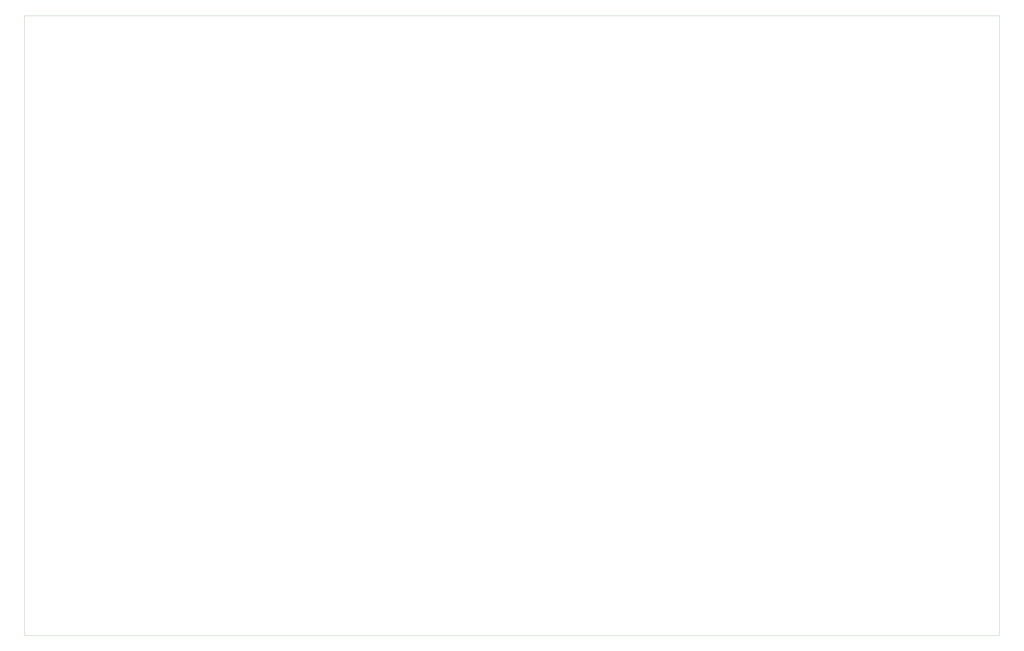
<source format=gbr>
G04 #@! TF.GenerationSoftware,KiCad,Pcbnew,(5.0.0)*
G04 #@! TF.CreationDate,2019-09-22T14:25:55+01:00*
G04 #@! TF.ProjectId,Backplane2,4261636B706C616E65322E6B69636164,rev?*
G04 #@! TF.SameCoordinates,Original*
G04 #@! TF.FileFunction,Profile,NP*
%FSLAX46Y46*%
G04 Gerber Fmt 4.6, Leading zero omitted, Abs format (unit mm)*
G04 Created by KiCad (PCBNEW (5.0.0)) date 09/22/19 14:25:55*
%MOMM*%
%LPD*%
G01*
G04 APERTURE LIST*
%ADD10C,0.100000*%
G04 APERTURE END LIST*
D10*
X431800000Y-25400000D02*
X431800000Y-292100000D01*
X12700000Y-292100000D02*
X431800000Y-292100000D01*
X12700000Y-25400000D02*
X12700000Y-292100000D01*
X431800000Y-25400000D02*
X12700000Y-25400000D01*
M02*

</source>
